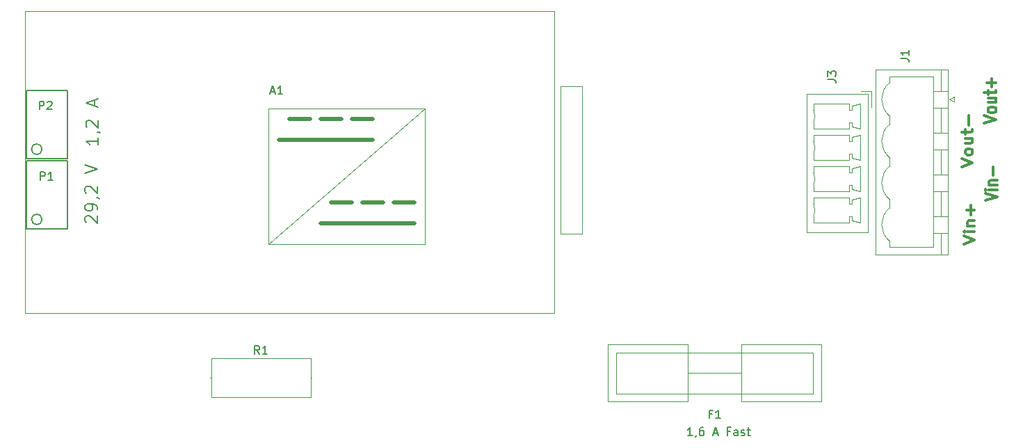
<source format=gbr>
%TF.GenerationSoftware,KiCad,Pcbnew,7.0.11+1*%
%TF.CreationDate,2024-04-25T19:00:42+00:00*%
%TF.ProjectId,mower_PowerDeviceCarrier,6d6f7765-725f-4506-9f77-657244657669,rev?*%
%TF.SameCoordinates,PX2b5aa20PY5837b10*%
%TF.FileFunction,Legend,Top*%
%TF.FilePolarity,Positive*%
%FSLAX46Y46*%
G04 Gerber Fmt 4.6, Leading zero omitted, Abs format (unit mm)*
G04 Created by KiCad (PCBNEW 7.0.11+1) date 2024-04-25 19:00:42*
%MOMM*%
%LPD*%
G01*
G04 APERTURE LIST*
%ADD10C,0.200000*%
%ADD11C,0.300000*%
%ADD12C,0.150000*%
%ADD13C,0.120000*%
%ADD14C,0.500000*%
G04 APERTURE END LIST*
D10*
X40126000Y-74316400D02*
X45104400Y-74316400D01*
X45104400Y-82647600D01*
X40126000Y-82647600D01*
X40126000Y-74316400D01*
X40126000Y-82850800D02*
X45104400Y-82850800D01*
X45104400Y-91182000D01*
X40126000Y-91182000D01*
X40126000Y-82850800D01*
X41991778Y-81479200D02*
G75*
G03*
X40698622Y-81479200I-646578J0D01*
G01*
X40698622Y-81479200D02*
G75*
G03*
X41991778Y-81479200I646578J0D01*
G01*
X41991778Y-90013600D02*
G75*
G03*
X40698622Y-90013600I-646578J0D01*
G01*
X40698622Y-90013600D02*
G75*
G03*
X41991778Y-90013600I646578J0D01*
G01*
D11*
X156804728Y-87729714D02*
X158304728Y-87296381D01*
X158304728Y-87296381D02*
X156804728Y-86863047D01*
X158304728Y-86429714D02*
X157304728Y-86429714D01*
X156804728Y-86429714D02*
X156876157Y-86491618D01*
X156876157Y-86491618D02*
X156947585Y-86429714D01*
X156947585Y-86429714D02*
X156876157Y-86367809D01*
X156876157Y-86367809D02*
X156804728Y-86429714D01*
X156804728Y-86429714D02*
X156947585Y-86429714D01*
X157304728Y-85810666D02*
X158304728Y-85810666D01*
X157447585Y-85810666D02*
X157376157Y-85748761D01*
X157376157Y-85748761D02*
X157304728Y-85624951D01*
X157304728Y-85624951D02*
X157304728Y-85439237D01*
X157304728Y-85439237D02*
X157376157Y-85315428D01*
X157376157Y-85315428D02*
X157519014Y-85253523D01*
X157519014Y-85253523D02*
X158304728Y-85253523D01*
X157733300Y-84634476D02*
X157733300Y-83644000D01*
X156652328Y-78270513D02*
X158152328Y-77837180D01*
X158152328Y-77837180D02*
X156652328Y-77403846D01*
X158152328Y-76784798D02*
X158080900Y-76908608D01*
X158080900Y-76908608D02*
X158009471Y-76970513D01*
X158009471Y-76970513D02*
X157866614Y-77032417D01*
X157866614Y-77032417D02*
X157438042Y-77032417D01*
X157438042Y-77032417D02*
X157295185Y-76970513D01*
X157295185Y-76970513D02*
X157223757Y-76908608D01*
X157223757Y-76908608D02*
X157152328Y-76784798D01*
X157152328Y-76784798D02*
X157152328Y-76599084D01*
X157152328Y-76599084D02*
X157223757Y-76475275D01*
X157223757Y-76475275D02*
X157295185Y-76413370D01*
X157295185Y-76413370D02*
X157438042Y-76351465D01*
X157438042Y-76351465D02*
X157866614Y-76351465D01*
X157866614Y-76351465D02*
X158009471Y-76413370D01*
X158009471Y-76413370D02*
X158080900Y-76475275D01*
X158080900Y-76475275D02*
X158152328Y-76599084D01*
X158152328Y-76599084D02*
X158152328Y-76784798D01*
X157152328Y-75237180D02*
X158152328Y-75237180D01*
X157152328Y-75794323D02*
X157938042Y-75794323D01*
X157938042Y-75794323D02*
X158080900Y-75732418D01*
X158080900Y-75732418D02*
X158152328Y-75608608D01*
X158152328Y-75608608D02*
X158152328Y-75422894D01*
X158152328Y-75422894D02*
X158080900Y-75299085D01*
X158080900Y-75299085D02*
X158009471Y-75237180D01*
X157152328Y-74803847D02*
X157152328Y-74308609D01*
X156652328Y-74618133D02*
X157938042Y-74618133D01*
X157938042Y-74618133D02*
X158080900Y-74556228D01*
X158080900Y-74556228D02*
X158152328Y-74432418D01*
X158152328Y-74432418D02*
X158152328Y-74308609D01*
X157580900Y-73875276D02*
X157580900Y-72884800D01*
X158152328Y-73380038D02*
X157009471Y-73380038D01*
X153965804Y-83626685D02*
X155265804Y-83126685D01*
X155265804Y-83126685D02*
X153965804Y-82626685D01*
X155265804Y-81912400D02*
X155203900Y-82055257D01*
X155203900Y-82055257D02*
X155141995Y-82126686D01*
X155141995Y-82126686D02*
X155018185Y-82198114D01*
X155018185Y-82198114D02*
X154646757Y-82198114D01*
X154646757Y-82198114D02*
X154522947Y-82126686D01*
X154522947Y-82126686D02*
X154461042Y-82055257D01*
X154461042Y-82055257D02*
X154399138Y-81912400D01*
X154399138Y-81912400D02*
X154399138Y-81698114D01*
X154399138Y-81698114D02*
X154461042Y-81555257D01*
X154461042Y-81555257D02*
X154522947Y-81483829D01*
X154522947Y-81483829D02*
X154646757Y-81412400D01*
X154646757Y-81412400D02*
X155018185Y-81412400D01*
X155018185Y-81412400D02*
X155141995Y-81483829D01*
X155141995Y-81483829D02*
X155203900Y-81555257D01*
X155203900Y-81555257D02*
X155265804Y-81698114D01*
X155265804Y-81698114D02*
X155265804Y-81912400D01*
X154399138Y-80126686D02*
X155265804Y-80126686D01*
X154399138Y-80769543D02*
X155080090Y-80769543D01*
X155080090Y-80769543D02*
X155203900Y-80698114D01*
X155203900Y-80698114D02*
X155265804Y-80555257D01*
X155265804Y-80555257D02*
X155265804Y-80340971D01*
X155265804Y-80340971D02*
X155203900Y-80198114D01*
X155203900Y-80198114D02*
X155141995Y-80126686D01*
X154399138Y-79626685D02*
X154399138Y-79055257D01*
X153965804Y-79412400D02*
X155080090Y-79412400D01*
X155080090Y-79412400D02*
X155203900Y-79340971D01*
X155203900Y-79340971D02*
X155265804Y-79198114D01*
X155265804Y-79198114D02*
X155265804Y-79055257D01*
X154770566Y-78555257D02*
X154770566Y-77412400D01*
D10*
X48835928Y-80085141D02*
X48835928Y-80942284D01*
X48835928Y-80513713D02*
X47335928Y-80513713D01*
X47335928Y-80513713D02*
X47550214Y-80656570D01*
X47550214Y-80656570D02*
X47693071Y-80799427D01*
X47693071Y-80799427D02*
X47764500Y-80942284D01*
X48764500Y-79370856D02*
X48835928Y-79370856D01*
X48835928Y-79370856D02*
X48978785Y-79442285D01*
X48978785Y-79442285D02*
X49050214Y-79513713D01*
X47478785Y-78799427D02*
X47407357Y-78727999D01*
X47407357Y-78727999D02*
X47335928Y-78585142D01*
X47335928Y-78585142D02*
X47335928Y-78227999D01*
X47335928Y-78227999D02*
X47407357Y-78085142D01*
X47407357Y-78085142D02*
X47478785Y-78013713D01*
X47478785Y-78013713D02*
X47621642Y-77942284D01*
X47621642Y-77942284D02*
X47764500Y-77942284D01*
X47764500Y-77942284D02*
X47978785Y-78013713D01*
X47978785Y-78013713D02*
X48835928Y-78870856D01*
X48835928Y-78870856D02*
X48835928Y-77942284D01*
X48407357Y-76227999D02*
X48407357Y-75513714D01*
X48835928Y-76370856D02*
X47335928Y-75870856D01*
X47335928Y-75870856D02*
X48835928Y-75370856D01*
D11*
X154219804Y-93036685D02*
X155519804Y-92536685D01*
X155519804Y-92536685D02*
X154219804Y-92036685D01*
X155519804Y-91536686D02*
X154653138Y-91536686D01*
X154219804Y-91536686D02*
X154281709Y-91608114D01*
X154281709Y-91608114D02*
X154343614Y-91536686D01*
X154343614Y-91536686D02*
X154281709Y-91465257D01*
X154281709Y-91465257D02*
X154219804Y-91536686D01*
X154219804Y-91536686D02*
X154343614Y-91536686D01*
X154653138Y-90822400D02*
X155519804Y-90822400D01*
X154776947Y-90822400D02*
X154715042Y-90750971D01*
X154715042Y-90750971D02*
X154653138Y-90608114D01*
X154653138Y-90608114D02*
X154653138Y-90393828D01*
X154653138Y-90393828D02*
X154715042Y-90250971D01*
X154715042Y-90250971D02*
X154838852Y-90179543D01*
X154838852Y-90179543D02*
X155519804Y-90179543D01*
X155024566Y-89465257D02*
X155024566Y-88322400D01*
X155519804Y-88893828D02*
X154529328Y-88893828D01*
D12*
X41673905Y-76650819D02*
X41673905Y-75650819D01*
X41673905Y-75650819D02*
X42054857Y-75650819D01*
X42054857Y-75650819D02*
X42150095Y-75698438D01*
X42150095Y-75698438D02*
X42197714Y-75746057D01*
X42197714Y-75746057D02*
X42245333Y-75841295D01*
X42245333Y-75841295D02*
X42245333Y-75984152D01*
X42245333Y-75984152D02*
X42197714Y-76079390D01*
X42197714Y-76079390D02*
X42150095Y-76127009D01*
X42150095Y-76127009D02*
X42054857Y-76174628D01*
X42054857Y-76174628D02*
X41673905Y-76174628D01*
X42626286Y-75746057D02*
X42673905Y-75698438D01*
X42673905Y-75698438D02*
X42769143Y-75650819D01*
X42769143Y-75650819D02*
X43007238Y-75650819D01*
X43007238Y-75650819D02*
X43102476Y-75698438D01*
X43102476Y-75698438D02*
X43150095Y-75746057D01*
X43150095Y-75746057D02*
X43197714Y-75841295D01*
X43197714Y-75841295D02*
X43197714Y-75936533D01*
X43197714Y-75936533D02*
X43150095Y-76079390D01*
X43150095Y-76079390D02*
X42578667Y-76650819D01*
X42578667Y-76650819D02*
X43197714Y-76650819D01*
X41775505Y-85236019D02*
X41775505Y-84236019D01*
X41775505Y-84236019D02*
X42156457Y-84236019D01*
X42156457Y-84236019D02*
X42251695Y-84283638D01*
X42251695Y-84283638D02*
X42299314Y-84331257D01*
X42299314Y-84331257D02*
X42346933Y-84426495D01*
X42346933Y-84426495D02*
X42346933Y-84569352D01*
X42346933Y-84569352D02*
X42299314Y-84664590D01*
X42299314Y-84664590D02*
X42251695Y-84712209D01*
X42251695Y-84712209D02*
X42156457Y-84759828D01*
X42156457Y-84759828D02*
X41775505Y-84759828D01*
X43299314Y-85236019D02*
X42727886Y-85236019D01*
X43013600Y-85236019D02*
X43013600Y-84236019D01*
X43013600Y-84236019D02*
X42918362Y-84378876D01*
X42918362Y-84378876D02*
X42823124Y-84474114D01*
X42823124Y-84474114D02*
X42727886Y-84521733D01*
D10*
X47377185Y-90394170D02*
X47305757Y-90322742D01*
X47305757Y-90322742D02*
X47234328Y-90179885D01*
X47234328Y-90179885D02*
X47234328Y-89822742D01*
X47234328Y-89822742D02*
X47305757Y-89679885D01*
X47305757Y-89679885D02*
X47377185Y-89608456D01*
X47377185Y-89608456D02*
X47520042Y-89537027D01*
X47520042Y-89537027D02*
X47662900Y-89537027D01*
X47662900Y-89537027D02*
X47877185Y-89608456D01*
X47877185Y-89608456D02*
X48734328Y-90465599D01*
X48734328Y-90465599D02*
X48734328Y-89537027D01*
X48734328Y-88822742D02*
X48734328Y-88537028D01*
X48734328Y-88537028D02*
X48662900Y-88394171D01*
X48662900Y-88394171D02*
X48591471Y-88322742D01*
X48591471Y-88322742D02*
X48377185Y-88179885D01*
X48377185Y-88179885D02*
X48091471Y-88108456D01*
X48091471Y-88108456D02*
X47520042Y-88108456D01*
X47520042Y-88108456D02*
X47377185Y-88179885D01*
X47377185Y-88179885D02*
X47305757Y-88251314D01*
X47305757Y-88251314D02*
X47234328Y-88394171D01*
X47234328Y-88394171D02*
X47234328Y-88679885D01*
X47234328Y-88679885D02*
X47305757Y-88822742D01*
X47305757Y-88822742D02*
X47377185Y-88894171D01*
X47377185Y-88894171D02*
X47520042Y-88965599D01*
X47520042Y-88965599D02*
X47877185Y-88965599D01*
X47877185Y-88965599D02*
X48020042Y-88894171D01*
X48020042Y-88894171D02*
X48091471Y-88822742D01*
X48091471Y-88822742D02*
X48162900Y-88679885D01*
X48162900Y-88679885D02*
X48162900Y-88394171D01*
X48162900Y-88394171D02*
X48091471Y-88251314D01*
X48091471Y-88251314D02*
X48020042Y-88179885D01*
X48020042Y-88179885D02*
X47877185Y-88108456D01*
X48662900Y-87394171D02*
X48734328Y-87394171D01*
X48734328Y-87394171D02*
X48877185Y-87465600D01*
X48877185Y-87465600D02*
X48948614Y-87537028D01*
X47377185Y-86822742D02*
X47305757Y-86751314D01*
X47305757Y-86751314D02*
X47234328Y-86608457D01*
X47234328Y-86608457D02*
X47234328Y-86251314D01*
X47234328Y-86251314D02*
X47305757Y-86108457D01*
X47305757Y-86108457D02*
X47377185Y-86037028D01*
X47377185Y-86037028D02*
X47520042Y-85965599D01*
X47520042Y-85965599D02*
X47662900Y-85965599D01*
X47662900Y-85965599D02*
X47877185Y-86037028D01*
X47877185Y-86037028D02*
X48734328Y-86894171D01*
X48734328Y-86894171D02*
X48734328Y-85965599D01*
X47234328Y-84394171D02*
X48734328Y-83894171D01*
X48734328Y-83894171D02*
X47234328Y-83394171D01*
D12*
X123532666Y-113719009D02*
X123199333Y-113719009D01*
X123199333Y-114242819D02*
X123199333Y-113242819D01*
X123199333Y-113242819D02*
X123675523Y-113242819D01*
X124580285Y-114242819D02*
X124008857Y-114242819D01*
X124294571Y-114242819D02*
X124294571Y-113242819D01*
X124294571Y-113242819D02*
X124199333Y-113385676D01*
X124199333Y-113385676D02*
X124104095Y-113480914D01*
X124104095Y-113480914D02*
X124008857Y-113528533D01*
X121157723Y-116325619D02*
X120586295Y-116325619D01*
X120872009Y-116325619D02*
X120872009Y-115325619D01*
X120872009Y-115325619D02*
X120776771Y-115468476D01*
X120776771Y-115468476D02*
X120681533Y-115563714D01*
X120681533Y-115563714D02*
X120586295Y-115611333D01*
X121633914Y-116278000D02*
X121633914Y-116325619D01*
X121633914Y-116325619D02*
X121586295Y-116420857D01*
X121586295Y-116420857D02*
X121538676Y-116468476D01*
X122491056Y-115325619D02*
X122300580Y-115325619D01*
X122300580Y-115325619D02*
X122205342Y-115373238D01*
X122205342Y-115373238D02*
X122157723Y-115420857D01*
X122157723Y-115420857D02*
X122062485Y-115563714D01*
X122062485Y-115563714D02*
X122014866Y-115754190D01*
X122014866Y-115754190D02*
X122014866Y-116135142D01*
X122014866Y-116135142D02*
X122062485Y-116230380D01*
X122062485Y-116230380D02*
X122110104Y-116278000D01*
X122110104Y-116278000D02*
X122205342Y-116325619D01*
X122205342Y-116325619D02*
X122395818Y-116325619D01*
X122395818Y-116325619D02*
X122491056Y-116278000D01*
X122491056Y-116278000D02*
X122538675Y-116230380D01*
X122538675Y-116230380D02*
X122586294Y-116135142D01*
X122586294Y-116135142D02*
X122586294Y-115897047D01*
X122586294Y-115897047D02*
X122538675Y-115801809D01*
X122538675Y-115801809D02*
X122491056Y-115754190D01*
X122491056Y-115754190D02*
X122395818Y-115706571D01*
X122395818Y-115706571D02*
X122205342Y-115706571D01*
X122205342Y-115706571D02*
X122110104Y-115754190D01*
X122110104Y-115754190D02*
X122062485Y-115801809D01*
X122062485Y-115801809D02*
X122014866Y-115897047D01*
X123729152Y-116039904D02*
X124205342Y-116039904D01*
X123633914Y-116325619D02*
X123967247Y-115325619D01*
X123967247Y-115325619D02*
X124300580Y-116325619D01*
X125729152Y-115801809D02*
X125395819Y-115801809D01*
X125395819Y-116325619D02*
X125395819Y-115325619D01*
X125395819Y-115325619D02*
X125872009Y-115325619D01*
X126681533Y-116325619D02*
X126681533Y-115801809D01*
X126681533Y-115801809D02*
X126633914Y-115706571D01*
X126633914Y-115706571D02*
X126538676Y-115658952D01*
X126538676Y-115658952D02*
X126348200Y-115658952D01*
X126348200Y-115658952D02*
X126252962Y-115706571D01*
X126681533Y-116278000D02*
X126586295Y-116325619D01*
X126586295Y-116325619D02*
X126348200Y-116325619D01*
X126348200Y-116325619D02*
X126252962Y-116278000D01*
X126252962Y-116278000D02*
X126205343Y-116182761D01*
X126205343Y-116182761D02*
X126205343Y-116087523D01*
X126205343Y-116087523D02*
X126252962Y-115992285D01*
X126252962Y-115992285D02*
X126348200Y-115944666D01*
X126348200Y-115944666D02*
X126586295Y-115944666D01*
X126586295Y-115944666D02*
X126681533Y-115897047D01*
X127110105Y-116278000D02*
X127205343Y-116325619D01*
X127205343Y-116325619D02*
X127395819Y-116325619D01*
X127395819Y-116325619D02*
X127491057Y-116278000D01*
X127491057Y-116278000D02*
X127538676Y-116182761D01*
X127538676Y-116182761D02*
X127538676Y-116135142D01*
X127538676Y-116135142D02*
X127491057Y-116039904D01*
X127491057Y-116039904D02*
X127395819Y-115992285D01*
X127395819Y-115992285D02*
X127252962Y-115992285D01*
X127252962Y-115992285D02*
X127157724Y-115944666D01*
X127157724Y-115944666D02*
X127110105Y-115849428D01*
X127110105Y-115849428D02*
X127110105Y-115801809D01*
X127110105Y-115801809D02*
X127157724Y-115706571D01*
X127157724Y-115706571D02*
X127252962Y-115658952D01*
X127252962Y-115658952D02*
X127395819Y-115658952D01*
X127395819Y-115658952D02*
X127491057Y-115706571D01*
X127824391Y-115658952D02*
X128205343Y-115658952D01*
X127967248Y-115325619D02*
X127967248Y-116182761D01*
X127967248Y-116182761D02*
X128014867Y-116278000D01*
X128014867Y-116278000D02*
X128110105Y-116325619D01*
X128110105Y-116325619D02*
X128205343Y-116325619D01*
X68472733Y-106394019D02*
X68139400Y-105917828D01*
X67901305Y-106394019D02*
X67901305Y-105394019D01*
X67901305Y-105394019D02*
X68282257Y-105394019D01*
X68282257Y-105394019D02*
X68377495Y-105441638D01*
X68377495Y-105441638D02*
X68425114Y-105489257D01*
X68425114Y-105489257D02*
X68472733Y-105584495D01*
X68472733Y-105584495D02*
X68472733Y-105727352D01*
X68472733Y-105727352D02*
X68425114Y-105822590D01*
X68425114Y-105822590D02*
X68377495Y-105870209D01*
X68377495Y-105870209D02*
X68282257Y-105917828D01*
X68282257Y-105917828D02*
X67901305Y-105917828D01*
X69425114Y-106394019D02*
X68853686Y-106394019D01*
X69139400Y-106394019D02*
X69139400Y-105394019D01*
X69139400Y-105394019D02*
X69044162Y-105536876D01*
X69044162Y-105536876D02*
X68948924Y-105632114D01*
X68948924Y-105632114D02*
X68853686Y-105679733D01*
X69840914Y-74485504D02*
X70317104Y-74485504D01*
X69745676Y-74771219D02*
X70079009Y-73771219D01*
X70079009Y-73771219D02*
X70412342Y-74771219D01*
X71269485Y-74771219D02*
X70698057Y-74771219D01*
X70983771Y-74771219D02*
X70983771Y-73771219D01*
X70983771Y-73771219D02*
X70888533Y-73914076D01*
X70888533Y-73914076D02*
X70793295Y-74009314D01*
X70793295Y-74009314D02*
X70698057Y-74056933D01*
X137624819Y-72973333D02*
X138339104Y-72973333D01*
X138339104Y-72973333D02*
X138481961Y-73020952D01*
X138481961Y-73020952D02*
X138577200Y-73116190D01*
X138577200Y-73116190D02*
X138624819Y-73259047D01*
X138624819Y-73259047D02*
X138624819Y-73354285D01*
X137624819Y-72592380D02*
X137624819Y-71973333D01*
X137624819Y-71973333D02*
X138005771Y-72306666D01*
X138005771Y-72306666D02*
X138005771Y-72163809D01*
X138005771Y-72163809D02*
X138053390Y-72068571D01*
X138053390Y-72068571D02*
X138101009Y-72020952D01*
X138101009Y-72020952D02*
X138196247Y-71973333D01*
X138196247Y-71973333D02*
X138434342Y-71973333D01*
X138434342Y-71973333D02*
X138529580Y-72020952D01*
X138529580Y-72020952D02*
X138577200Y-72068571D01*
X138577200Y-72068571D02*
X138624819Y-72163809D01*
X138624819Y-72163809D02*
X138624819Y-72449523D01*
X138624819Y-72449523D02*
X138577200Y-72544761D01*
X138577200Y-72544761D02*
X138529580Y-72592380D01*
X146514819Y-70433333D02*
X147229104Y-70433333D01*
X147229104Y-70433333D02*
X147371961Y-70480952D01*
X147371961Y-70480952D02*
X147467200Y-70576190D01*
X147467200Y-70576190D02*
X147514819Y-70719047D01*
X147514819Y-70719047D02*
X147514819Y-70814285D01*
X147514819Y-69433333D02*
X147514819Y-70004761D01*
X147514819Y-69719047D02*
X146514819Y-69719047D01*
X146514819Y-69719047D02*
X146657676Y-69814285D01*
X146657676Y-69814285D02*
X146752914Y-69909523D01*
X146752914Y-69909523D02*
X146800533Y-70004761D01*
D13*
%TO.C,F1*%
X120616000Y-108708000D02*
X127116000Y-108708000D01*
X111866000Y-111208000D02*
X122616000Y-111208000D01*
X127116000Y-112208000D02*
X136866000Y-112208000D01*
X134616000Y-106208000D02*
X135866000Y-106208000D01*
X134366000Y-111208000D02*
X135866000Y-111208000D01*
X120616000Y-112208000D02*
X120616000Y-105208000D01*
X122366000Y-106208000D02*
X134616000Y-106208000D01*
X127116000Y-105208000D02*
X136866000Y-105208000D01*
X111866000Y-106208000D02*
X122366000Y-106208000D01*
X110866000Y-112208000D02*
X110866000Y-105208000D01*
X110866000Y-112208000D02*
X111866000Y-112208000D01*
X122616000Y-111208000D02*
X134366000Y-111208000D01*
X136866000Y-112208000D02*
X136866000Y-105208000D01*
X111866000Y-111208000D02*
X111866000Y-106208000D01*
X135866000Y-111208000D02*
X135866000Y-106208000D01*
X111866000Y-105208000D02*
X120616000Y-105208000D01*
X110866000Y-105208000D02*
X111866000Y-105208000D01*
X127116000Y-112208000D02*
X127116000Y-105208000D01*
X111866000Y-112208000D02*
X120616000Y-112208000D01*
%TO.C,R1*%
X74819400Y-109309200D02*
X74709400Y-109309200D01*
X62569400Y-106939200D02*
X62569400Y-111679200D01*
X74709400Y-106939200D02*
X62569400Y-106939200D01*
X62569400Y-111679200D02*
X74709400Y-111679200D01*
X74709400Y-111679200D02*
X74709400Y-106939200D01*
X62459400Y-109309200D02*
X62569400Y-109309200D01*
%TO.C,A1*%
X39897400Y-64689800D02*
X104362600Y-64689800D01*
X87319200Y-93010800D02*
X88589200Y-93010800D01*
X104362600Y-64689800D02*
X104362600Y-101443600D01*
X88589200Y-76500800D02*
X69539200Y-93010800D01*
X69539200Y-93010800D02*
X87319200Y-93010800D01*
D14*
X87319200Y-87930800D02*
X84779200Y-87930800D01*
D13*
X69539200Y-76500800D02*
X69539200Y-93010800D01*
X39897400Y-101443600D02*
X39897400Y-64689800D01*
D14*
X83509200Y-87930800D02*
X80969200Y-87930800D01*
X79699200Y-87930800D02*
X77159200Y-87930800D01*
X82239200Y-77770800D02*
X79699200Y-77770800D01*
D13*
X104362600Y-101443600D02*
X39973600Y-101443600D01*
D14*
X78429200Y-77770800D02*
X75889200Y-77770800D01*
X87319200Y-90470800D02*
X75889200Y-90470800D01*
D13*
X88589200Y-93010800D02*
X88589200Y-76500800D01*
D14*
X74619200Y-77770800D02*
X72079200Y-77770800D01*
X82239200Y-80310800D02*
X70809200Y-80310800D01*
D13*
X88589200Y-76500800D02*
X69539200Y-76500800D01*
%TO.C,J3*%
X140570000Y-78216000D02*
X140220000Y-78216000D01*
X140570000Y-80026000D02*
X141570000Y-79776000D01*
X135060000Y-91606000D02*
X142530000Y-91606000D01*
X135920000Y-84336000D02*
X135920000Y-83586000D01*
X140220000Y-78966000D02*
X135920000Y-78966000D01*
X140220000Y-79776000D02*
X140220000Y-80526000D01*
X135920000Y-80526000D02*
X135920000Y-79776000D01*
X135920000Y-79776000D02*
X140220000Y-79776000D01*
X140570000Y-90146000D02*
X140570000Y-89646000D01*
X140220000Y-75966000D02*
X140220000Y-76716000D01*
X135920000Y-88146000D02*
X135920000Y-87396000D01*
X140220000Y-88146000D02*
X140570000Y-88146000D01*
X142530000Y-91606000D02*
X142530000Y-74756000D01*
X140570000Y-78716000D02*
X140570000Y-78216000D01*
X140220000Y-83586000D02*
X140220000Y-84336000D01*
X140220000Y-80526000D02*
X140570000Y-80526000D01*
X140570000Y-88146000D02*
X140570000Y-87646000D01*
X140570000Y-82026000D02*
X140220000Y-82026000D01*
X141570000Y-78966000D02*
X140570000Y-78716000D01*
X141570000Y-83586000D02*
X141570000Y-86586000D01*
X140570000Y-82526000D02*
X140570000Y-82026000D01*
X140220000Y-82776000D02*
X135920000Y-82776000D01*
X142920000Y-74366000D02*
X142920000Y-76366000D01*
X141570000Y-75966000D02*
X141570000Y-78966000D01*
X140570000Y-83836000D02*
X141570000Y-83586000D01*
X135920000Y-82776000D02*
X135920000Y-82026000D01*
X140570000Y-76716000D02*
X140570000Y-76216000D01*
X135920000Y-86586000D02*
X135920000Y-85836000D01*
X141570000Y-90396000D02*
X140570000Y-90146000D01*
X142530000Y-74756000D02*
X135060000Y-74756000D01*
X135920000Y-75966000D02*
X140220000Y-75966000D01*
X140570000Y-85836000D02*
X140220000Y-85836000D01*
X141670000Y-74366000D02*
X142920000Y-74366000D01*
X135060000Y-74756000D02*
X135060000Y-91606000D01*
X140570000Y-84336000D02*
X140570000Y-83836000D01*
X140570000Y-86336000D02*
X140570000Y-85836000D01*
X135920000Y-87396000D02*
X140220000Y-87396000D01*
X140220000Y-87396000D02*
X140220000Y-88146000D01*
X140220000Y-78216000D02*
X140220000Y-78966000D01*
X141570000Y-87396000D02*
X141570000Y-90396000D01*
X140220000Y-76716000D02*
X140570000Y-76716000D01*
X140220000Y-82026000D02*
X140220000Y-82776000D01*
X141570000Y-86586000D02*
X140570000Y-86336000D01*
X140220000Y-89646000D02*
X140220000Y-90396000D01*
X140570000Y-76216000D02*
X141570000Y-75966000D01*
X140570000Y-89646000D02*
X140220000Y-89646000D01*
X135920000Y-90396000D02*
X135920000Y-89646000D01*
X140220000Y-84336000D02*
X140570000Y-84336000D01*
X140220000Y-90396000D02*
X135920000Y-90396000D01*
X140220000Y-86586000D02*
X135920000Y-86586000D01*
X141570000Y-82776000D02*
X140570000Y-82526000D01*
X135920000Y-78966000D02*
X135920000Y-78216000D01*
X135920000Y-83586000D02*
X140220000Y-83586000D01*
X140220000Y-85836000D02*
X140220000Y-86586000D01*
X140570000Y-87646000D02*
X141570000Y-87396000D01*
X140570000Y-80526000D02*
X140570000Y-80026000D01*
X141570000Y-79776000D02*
X141570000Y-82776000D01*
X135920000Y-76716000D02*
X135920000Y-75966000D01*
X135920155Y-85835647D02*
G75*
G03*
X135920000Y-84336000I-1700155J749647D01*
G01*
X135920155Y-82025647D02*
G75*
G03*
X135920000Y-80526000I-1700155J749647D01*
G01*
X135920155Y-78215647D02*
G75*
G03*
X135920000Y-76716000I-1700155J749647D01*
G01*
X135920155Y-89645647D02*
G75*
G03*
X135920000Y-88146000I-1700155J749647D01*
G01*
%TO.C,J4*%
X107750000Y-91750000D02*
X106420000Y-91750000D01*
X107750000Y-90420000D02*
X107750000Y-73850000D01*
X107750000Y-90420000D02*
X107750000Y-91750000D01*
X107750000Y-73850000D02*
X105090000Y-73850000D01*
X105090000Y-91750000D02*
X105090000Y-73850000D01*
X107750000Y-91750000D02*
X105090000Y-91750000D01*
%TO.C,J1*%
X145153500Y-73401600D02*
X145153500Y-72661600D01*
X152263500Y-94291600D02*
X152263500Y-71751600D01*
X145153500Y-72661600D02*
X150453500Y-72661600D01*
X151453500Y-94291600D02*
X151453500Y-91751600D01*
X150453500Y-72661600D02*
X150453500Y-93381600D01*
X153063500Y-75701600D02*
X152463500Y-75401600D01*
X151453500Y-76401600D02*
X151453500Y-79481600D01*
X152263500Y-76401600D02*
X150453500Y-76401600D01*
X152263500Y-89641600D02*
X152263500Y-91641600D01*
X151453500Y-71751600D02*
X151453500Y-74291600D01*
X150453500Y-86561600D02*
X150453500Y-84561600D01*
X150453500Y-91641600D02*
X150453500Y-89641600D01*
X145153500Y-93381600D02*
X145153500Y-92641600D01*
X152263500Y-91641600D02*
X150453500Y-91641600D01*
X152263500Y-74401600D02*
X152263500Y-76401600D01*
X153063500Y-75101600D02*
X153063500Y-75701600D01*
X150453500Y-76401600D02*
X150453500Y-74401600D01*
X150453500Y-74401600D02*
X152263500Y-74401600D01*
X145153500Y-87561600D02*
X145153500Y-88641600D01*
X150453500Y-81481600D02*
X150453500Y-79481600D01*
X151453500Y-81481600D02*
X151453500Y-84561600D01*
X145153500Y-82481600D02*
X145153500Y-83561600D01*
X152263500Y-81481600D02*
X150453500Y-81481600D01*
X151453500Y-86561600D02*
X151453500Y-89641600D01*
X150453500Y-93381600D02*
X145153500Y-93381600D01*
X150453500Y-89641600D02*
X152263500Y-89641600D01*
X152263500Y-84561600D02*
X152263500Y-86561600D01*
X150453500Y-79481600D02*
X152263500Y-79481600D01*
X152263500Y-79481600D02*
X152263500Y-81481600D01*
X152263500Y-86561600D02*
X150453500Y-86561600D01*
X150453500Y-84561600D02*
X152263500Y-84561600D01*
X145153500Y-77401600D02*
X145153500Y-78481600D01*
X143443500Y-94291600D02*
X152263500Y-94291600D01*
X152463500Y-75401600D02*
X153063500Y-75101600D01*
X143443500Y-71751600D02*
X143443500Y-94291600D01*
X152263500Y-71751600D02*
X143443500Y-71751600D01*
X145153500Y-73401600D02*
G75*
G03*
X145137679Y-77388442I1650000J-2000000D01*
G01*
X145153500Y-88641600D02*
G75*
G03*
X145137679Y-92628442I1650000J-2000000D01*
G01*
X145153500Y-83561600D02*
G75*
G03*
X145137679Y-87548442I1650000J-2000000D01*
G01*
X145153500Y-78481600D02*
G75*
G03*
X145137679Y-82468442I1650000J-2000000D01*
G01*
%TD*%
M02*

</source>
